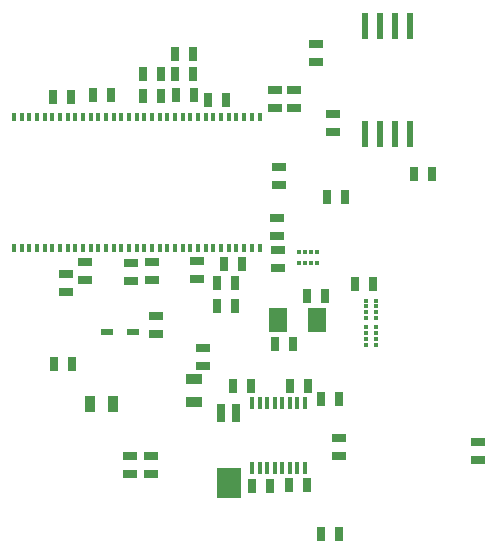
<source format=gbp>
G04 (created by PCBNEW-RS274X (2011-01-25 BZR 2758)-stable) date Mon 25 Apr 2011 03:17:09 PM COT*
G01*
G70*
G90*
%MOIN*%
G04 Gerber Fmt 3.4, Leading zero omitted, Abs format*
%FSLAX34Y34*%
G04 APERTURE LIST*
%ADD10C,0.006000*%
%ADD11R,0.039300X0.023600*%
%ADD12R,0.015700X0.039300*%
%ADD13R,0.023600X0.086600*%
%ADD14R,0.027600X0.059100*%
%ADD15R,0.078700X0.098400*%
%ADD16R,0.015700X0.011800*%
%ADD17R,0.011800X0.015700*%
%ADD18R,0.013800X0.027500*%
%ADD19R,0.013700X0.027500*%
%ADD20R,0.013600X0.027500*%
%ADD21R,0.055000X0.035000*%
%ADD22R,0.025000X0.045000*%
%ADD23R,0.045000X0.025000*%
%ADD24R,0.060000X0.080000*%
%ADD25R,0.035000X0.055000*%
G04 APERTURE END LIST*
G54D10*
G54D11*
X52342Y-42600D03*
X53208Y-42600D03*
G54D12*
X57168Y-44961D03*
X57418Y-44961D03*
X57668Y-44961D03*
X57918Y-44961D03*
X58168Y-44961D03*
X58418Y-44961D03*
X58668Y-44961D03*
X58918Y-44961D03*
X58918Y-47125D03*
X58668Y-47125D03*
X58418Y-47125D03*
X58168Y-47125D03*
X57918Y-47125D03*
X57668Y-47125D03*
X57418Y-47125D03*
X57168Y-47125D03*
G54D13*
X60917Y-32391D03*
X61417Y-32391D03*
X61917Y-32391D03*
X62417Y-32391D03*
X62417Y-36013D03*
X61917Y-36013D03*
X61417Y-36013D03*
X60917Y-36013D03*
G54D14*
X56131Y-45305D03*
X56643Y-45305D03*
G54D15*
X56387Y-47628D03*
G54D16*
X60957Y-42145D03*
X60957Y-41948D03*
X60957Y-41752D03*
X60957Y-41555D03*
X61311Y-41555D03*
X61311Y-41752D03*
X61311Y-41948D03*
X61311Y-42145D03*
X60954Y-43037D03*
X60954Y-42840D03*
X60954Y-42644D03*
X60954Y-42447D03*
X61308Y-42447D03*
X61308Y-42644D03*
X61308Y-42840D03*
X61308Y-43037D03*
G54D17*
X59332Y-40297D03*
X59135Y-40297D03*
X58939Y-40297D03*
X58742Y-40297D03*
X58742Y-39943D03*
X58939Y-39943D03*
X59135Y-39943D03*
X59332Y-39943D03*
G54D18*
X57413Y-39796D03*
X57157Y-39796D03*
X56901Y-39796D03*
X56645Y-39796D03*
G54D19*
X56389Y-39796D03*
X56133Y-39796D03*
X55877Y-39796D03*
G54D18*
X55622Y-39796D03*
X55366Y-39796D03*
X55110Y-39796D03*
X54854Y-39796D03*
X54598Y-39796D03*
X54342Y-39796D03*
X54086Y-39796D03*
X53830Y-39796D03*
G54D19*
X53574Y-39796D03*
G54D20*
X53319Y-39796D03*
G54D19*
X53064Y-39796D03*
G54D18*
X52808Y-39796D03*
X52552Y-39796D03*
X52296Y-39796D03*
X52040Y-39796D03*
X51784Y-39796D03*
X51528Y-39796D03*
X51272Y-39796D03*
G54D19*
X51017Y-39796D03*
X50761Y-39796D03*
X50505Y-39796D03*
G54D18*
X50249Y-39796D03*
X49993Y-39796D03*
X49737Y-39796D03*
X49481Y-39796D03*
X49225Y-39796D03*
X49225Y-35444D03*
X49481Y-35444D03*
X49737Y-35444D03*
X49993Y-35444D03*
X50249Y-35444D03*
G54D19*
X50505Y-35444D03*
X50761Y-35444D03*
G54D18*
X51016Y-35444D03*
X51272Y-35444D03*
X51528Y-35444D03*
X51784Y-35444D03*
X52040Y-35444D03*
X52296Y-35444D03*
X52552Y-35444D03*
X52808Y-35444D03*
G54D19*
X53064Y-35444D03*
G54D20*
X53319Y-35444D03*
G54D19*
X53574Y-35444D03*
G54D18*
X53830Y-35444D03*
X54086Y-35444D03*
X54342Y-35444D03*
X54598Y-35444D03*
X54854Y-35444D03*
X55110Y-35444D03*
X55366Y-35444D03*
X55622Y-35444D03*
G54D19*
X55877Y-35444D03*
X56133Y-35444D03*
G54D18*
X56389Y-35444D03*
X56645Y-35444D03*
X56901Y-35444D03*
X57157Y-35444D03*
X57413Y-35444D03*
G54D21*
X55236Y-44926D03*
X55236Y-44176D03*
G54D22*
X60594Y-41012D03*
X61194Y-41012D03*
X57143Y-44398D03*
X56543Y-44398D03*
X58428Y-44390D03*
X59028Y-44390D03*
X59468Y-44831D03*
X60068Y-44831D03*
X57172Y-47728D03*
X57772Y-47728D03*
X58381Y-47717D03*
X58981Y-47717D03*
G54D23*
X51598Y-40267D03*
X51598Y-40867D03*
X59287Y-33603D03*
X59287Y-33003D03*
G54D22*
X63146Y-37327D03*
X62546Y-37327D03*
G54D24*
X59325Y-42218D03*
X58025Y-42218D03*
G54D25*
X51769Y-45020D03*
X52519Y-45020D03*
G54D22*
X51863Y-34714D03*
X52463Y-34714D03*
X51120Y-34765D03*
X50520Y-34765D03*
X54579Y-34021D03*
X55179Y-34021D03*
X54144Y-34021D03*
X53544Y-34021D03*
X54599Y-33340D03*
X55199Y-33340D03*
X54144Y-34722D03*
X53544Y-34722D03*
G54D23*
X55344Y-40241D03*
X55344Y-40841D03*
X53844Y-40270D03*
X53844Y-40870D03*
X53112Y-40296D03*
X53112Y-40896D03*
G54D22*
X56845Y-40344D03*
X56245Y-40344D03*
X56597Y-40958D03*
X55997Y-40958D03*
G54D23*
X50969Y-40665D03*
X50969Y-41265D03*
G54D22*
X54623Y-34714D03*
X55223Y-34714D03*
X55684Y-34886D03*
X56284Y-34886D03*
G54D23*
X59852Y-35328D03*
X59852Y-35928D03*
G54D22*
X56585Y-41722D03*
X55985Y-41722D03*
G54D23*
X53969Y-42670D03*
X53969Y-42070D03*
X58041Y-39879D03*
X58041Y-40479D03*
G54D22*
X58518Y-43021D03*
X57918Y-43021D03*
G54D23*
X58061Y-37711D03*
X58061Y-37111D03*
X58009Y-39404D03*
X58009Y-38804D03*
X55541Y-43723D03*
X55541Y-43123D03*
G54D22*
X50569Y-43670D03*
X51169Y-43670D03*
G54D23*
X64689Y-46879D03*
X64689Y-46279D03*
G54D22*
X58981Y-41415D03*
X59581Y-41415D03*
G54D23*
X60067Y-46141D03*
X60067Y-46741D03*
X53797Y-46729D03*
X53797Y-47329D03*
X53096Y-47337D03*
X53096Y-46737D03*
G54D22*
X60052Y-49339D03*
X59452Y-49339D03*
G54D23*
X57917Y-34527D03*
X57917Y-35127D03*
X58567Y-34527D03*
X58567Y-35127D03*
G54D22*
X60257Y-38098D03*
X59657Y-38098D03*
M02*

</source>
